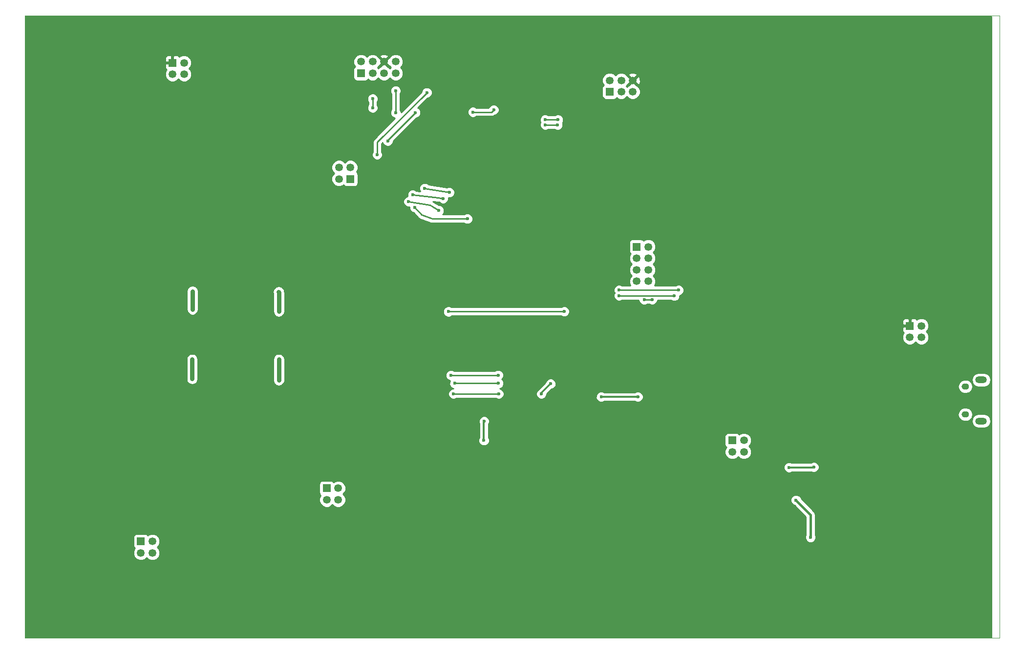
<source format=gbr>
%TF.GenerationSoftware,KiCad,Pcbnew,4.0.2+dfsg1-stable*%
%TF.CreationDate,2018-10-18T10:35:51+03:00*%
%TF.ProjectId,xmobile,786D6F62696C652E6B696361645F7063,rev?*%
%TF.FileFunction,Copper,L2,Bot,Signal*%
%FSLAX46Y46*%
G04 Gerber Fmt 4.6, Leading zero omitted, Abs format (unit mm)*
G04 Created by KiCad (PCBNEW 4.0.2+dfsg1-stable) date Чт 18 окт 2018 10:35:51*
%MOMM*%
G01*
G04 APERTURE LIST*
%ADD10C,0.150000*%
%ADD11C,0.100000*%
%ADD12R,1.350000X1.350000*%
%ADD13C,1.350000*%
%ADD14O,2.000000X1.200000*%
%ADD15O,1.300000X1.100000*%
%ADD16C,0.600000*%
%ADD17C,0.250000*%
%ADD18C,0.400000*%
%ADD19C,0.300000*%
%ADD20C,0.750000*%
%ADD21C,0.254000*%
G04 APERTURE END LIST*
D10*
D11*
X184150000Y-121920000D02*
X15240000Y-121920000D01*
X184150000Y-13970000D02*
X184150000Y-121920000D01*
X182880000Y-13970000D02*
X184150000Y-13970000D01*
X15240000Y-13970000D02*
X182880000Y-13970000D01*
X15240000Y-121920000D02*
X15240000Y-13970000D01*
D12*
X116625000Y-27150000D03*
D13*
X118625000Y-27150000D03*
X120625000Y-27150000D03*
X116625000Y-25150000D03*
X118625000Y-25150000D03*
X120625000Y-25150000D03*
D14*
X181012000Y-84269000D03*
X181012000Y-77119000D03*
D15*
X178262000Y-83119000D03*
X178262000Y-78269000D03*
D12*
X73525000Y-23925000D03*
D13*
X75525000Y-23925000D03*
X77525000Y-23925000D03*
X79525000Y-23925000D03*
X73525000Y-21925000D03*
X75525000Y-21925000D03*
X77525000Y-21925000D03*
X79525000Y-21925000D03*
D12*
X71700000Y-42250000D03*
D13*
X71700000Y-40250000D03*
X69700000Y-42250000D03*
X69700000Y-40250000D03*
D12*
X121300000Y-54025000D03*
D13*
X121300000Y-56025000D03*
X121300000Y-58025000D03*
X121300000Y-60025000D03*
X123300000Y-54025000D03*
X123300000Y-56025000D03*
X123300000Y-58025000D03*
X123300000Y-60025000D03*
D12*
X67575000Y-95925000D03*
D13*
X67575000Y-97925000D03*
X69575000Y-95925000D03*
X69575000Y-97925000D03*
D12*
X35375000Y-105125000D03*
D13*
X35375000Y-107125000D03*
X37375000Y-105125000D03*
X37375000Y-107125000D03*
D12*
X137875000Y-87600000D03*
D13*
X137875000Y-89600000D03*
X139875000Y-87600000D03*
X139875000Y-89600000D03*
D12*
X168640000Y-67735000D03*
D13*
X168640000Y-69735000D03*
X170640000Y-67735000D03*
X170640000Y-69735000D03*
D12*
X40850000Y-22100000D03*
D13*
X40850000Y-24100000D03*
X42850000Y-22100000D03*
X42850000Y-24100000D03*
D16*
X125984000Y-99314000D03*
X105664000Y-36830000D03*
X73660000Y-91440000D03*
X100838000Y-87884000D03*
X101346000Y-83566000D03*
X88900000Y-52070000D03*
X108204000Y-62230000D03*
X101346000Y-62484000D03*
X51816000Y-33020000D03*
X173990000Y-77216000D03*
X160020000Y-100838000D03*
X137414000Y-101092000D03*
X128270000Y-99314000D03*
X128778000Y-93472000D03*
X113792000Y-108966000D03*
X118872000Y-103886000D03*
X112776000Y-93980000D03*
X93472000Y-97028000D03*
X100076000Y-92964000D03*
X75946000Y-104902000D03*
X87376000Y-109220000D03*
X38862000Y-115570000D03*
X38608000Y-94996000D03*
X67056000Y-55372000D03*
X67056000Y-65532000D03*
X67310000Y-76962000D03*
X52070000Y-55372000D03*
X52070000Y-65532000D03*
X52324000Y-76962000D03*
X37592000Y-55372000D03*
X37592000Y-77216000D03*
X37338000Y-65532000D03*
X133858000Y-84836000D03*
X89916000Y-36576000D03*
X94234000Y-37084000D03*
X101600000Y-38100000D03*
X99314000Y-37084000D03*
X100584000Y-42672000D03*
X98806000Y-47244000D03*
X100584000Y-49022000D03*
X105664000Y-49022000D03*
X109982000Y-48006000D03*
X125222000Y-76454000D03*
X124968000Y-81534000D03*
X160782000Y-90678000D03*
X167894000Y-85852000D03*
X114300000Y-42926000D03*
X114554000Y-38100000D03*
X129794000Y-33020000D03*
X131572000Y-33020000D03*
X121666000Y-37338000D03*
X121412000Y-42418000D03*
X121412000Y-47244000D03*
X105450000Y-32900000D03*
X107600000Y-32900000D03*
X105450000Y-31950000D03*
X107675000Y-32000000D03*
X151425000Y-104450000D03*
X148900000Y-97975000D03*
X88825000Y-44600000D03*
X84575000Y-43875000D03*
X79525000Y-30775000D03*
X79525000Y-26950000D03*
X82475000Y-45025000D03*
X87750000Y-45650000D03*
X81750000Y-46175000D03*
X87025000Y-47750000D03*
X91950000Y-49175000D03*
X82825000Y-47175000D03*
X88675000Y-65275000D03*
X108750000Y-65250000D03*
X97300000Y-76300000D03*
X89100000Y-76300000D03*
X97350000Y-77700000D03*
X89750000Y-77700000D03*
X97400000Y-79550000D03*
X89550000Y-79550000D03*
X76325000Y-38050000D03*
X84925000Y-27275000D03*
X78175000Y-35650000D03*
X82950000Y-30750000D03*
X92925000Y-30650000D03*
X96525000Y-30275000D03*
X75550000Y-28350000D03*
X75550000Y-29925000D03*
X104775000Y-79550000D03*
X106375000Y-77800000D03*
X94825000Y-87625000D03*
X94875000Y-84275000D03*
X121500000Y-80050000D03*
X115150000Y-80050000D03*
X147700000Y-92300000D03*
X152000000Y-92250000D03*
X44275000Y-76950000D03*
X44275000Y-73575000D03*
X44325000Y-64875000D03*
X44325000Y-61750000D03*
X59300000Y-77175000D03*
X59300000Y-73575000D03*
X59300000Y-65225000D03*
X59250000Y-61875000D03*
X128575000Y-61550000D03*
X118250000Y-61550000D03*
X127825000Y-62550000D03*
X118250000Y-62500000D03*
X124000000Y-63200000D03*
X122600000Y-63200000D03*
D17*
X125984000Y-99314000D02*
X128270000Y-99314000D01*
X104394000Y-38100000D02*
X101600000Y-38100000D01*
X105664000Y-36830000D02*
X104394000Y-38100000D01*
X75946000Y-93726000D02*
X75946000Y-104902000D01*
X73660000Y-91440000D02*
X75946000Y-93726000D01*
X100838000Y-87884000D02*
X100076000Y-87884000D01*
X100076000Y-84836000D02*
X100076000Y-87884000D01*
X100076000Y-87884000D02*
X100076000Y-92964000D01*
X101346000Y-83566000D02*
X100076000Y-84836000D01*
X88900000Y-52070000D02*
X96520000Y-52070000D01*
X96520000Y-52070000D02*
X99568000Y-49022000D01*
X99568000Y-49022000D02*
X100584000Y-49022000D01*
X101600000Y-62230000D02*
X108204000Y-62230000D01*
X101346000Y-62484000D02*
X101600000Y-62230000D01*
X52070000Y-33274000D02*
X52070000Y-55372000D01*
X51816000Y-33020000D02*
X52070000Y-33274000D01*
X167894000Y-78994000D02*
X167894000Y-85852000D01*
X169926000Y-76962000D02*
X167894000Y-78994000D01*
X173736000Y-76962000D02*
X169926000Y-76962000D01*
X173990000Y-77216000D02*
X173736000Y-76962000D01*
X160782000Y-100076000D02*
X160782000Y-90678000D01*
X160020000Y-100838000D02*
X160782000Y-100076000D01*
X135636000Y-99314000D02*
X128270000Y-99314000D01*
X137414000Y-101092000D02*
X135636000Y-99314000D01*
X128270000Y-93980000D02*
X128270000Y-99314000D01*
X128778000Y-93472000D02*
X128270000Y-93980000D01*
X118872000Y-103886000D02*
X113792000Y-108966000D01*
X111760000Y-92964000D02*
X100076000Y-92964000D01*
X112776000Y-93980000D02*
X111760000Y-92964000D01*
X93472000Y-96012000D02*
X93472000Y-97028000D01*
X96520000Y-92964000D02*
X93472000Y-96012000D01*
X100076000Y-92964000D02*
X96520000Y-92964000D01*
X75946000Y-105918000D02*
X75946000Y-104902000D01*
X79248000Y-109220000D02*
X75946000Y-105918000D01*
X87376000Y-109220000D02*
X79248000Y-109220000D01*
X34798000Y-93980000D02*
X37592000Y-93980000D01*
X30226000Y-98552000D02*
X34798000Y-93980000D01*
X30226000Y-111252000D02*
X30226000Y-98552000D01*
X34290000Y-115316000D02*
X30226000Y-111252000D01*
X38608000Y-115316000D02*
X34290000Y-115316000D01*
X38862000Y-115570000D02*
X38608000Y-115316000D01*
X38608000Y-94996000D02*
X37592000Y-93980000D01*
X37592000Y-93980000D02*
X37592000Y-77216000D01*
X67056000Y-55372000D02*
X67056000Y-65532000D01*
X67056000Y-76708000D02*
X67056000Y-65532000D01*
X67310000Y-76962000D02*
X67056000Y-76708000D01*
X52070000Y-55372000D02*
X52070000Y-65532000D01*
X52070000Y-76708000D02*
X52070000Y-65532000D01*
X52324000Y-76962000D02*
X52070000Y-76708000D01*
X37338000Y-55626000D02*
X37338000Y-65532000D01*
X37592000Y-55372000D02*
X37338000Y-55626000D01*
X37338000Y-76962000D02*
X37338000Y-65532000D01*
X37592000Y-77216000D02*
X37338000Y-76962000D01*
X133858000Y-84836000D02*
X130556000Y-81534000D01*
X130556000Y-81534000D02*
X124968000Y-81534000D01*
X90424000Y-36576000D02*
X89916000Y-36576000D01*
X93726000Y-36576000D02*
X90424000Y-36576000D01*
X94234000Y-37084000D02*
X93726000Y-36576000D01*
X100838000Y-38862000D02*
X100584000Y-38862000D01*
X101600000Y-38100000D02*
X100838000Y-38862000D01*
X99314000Y-37084000D02*
X100584000Y-38354000D01*
X100584000Y-38354000D02*
X100584000Y-38862000D01*
X100584000Y-38862000D02*
X100584000Y-42672000D01*
X98806000Y-44450000D02*
X98806000Y-47244000D01*
X100584000Y-42672000D02*
X98806000Y-44450000D01*
X100584000Y-49022000D02*
X98806000Y-47244000D01*
X105664000Y-46482000D02*
X109474000Y-46482000D01*
X105664000Y-49022000D02*
X105664000Y-46482000D01*
X114300000Y-44704000D02*
X114300000Y-42926000D01*
X110236000Y-44704000D02*
X114300000Y-44704000D01*
X109474000Y-45466000D02*
X110236000Y-44704000D01*
X109474000Y-47498000D02*
X109474000Y-46482000D01*
X109474000Y-46482000D02*
X109474000Y-45466000D01*
X109982000Y-48006000D02*
X109474000Y-47498000D01*
X125222000Y-76454000D02*
X124968000Y-76708000D01*
X124968000Y-76708000D02*
X124968000Y-81534000D01*
X160782000Y-90678000D02*
X160528000Y-90424000D01*
X166370000Y-85852000D02*
X167894000Y-85852000D01*
X165608000Y-86614000D02*
X166370000Y-85852000D01*
X160528000Y-86614000D02*
X165608000Y-86614000D01*
X160528000Y-90424000D02*
X160528000Y-86614000D01*
X114300000Y-42926000D02*
X114554000Y-42672000D01*
X114554000Y-42672000D02*
X114554000Y-39878000D01*
X114554000Y-38100000D02*
X114554000Y-39878000D01*
X107600000Y-32900000D02*
X105450000Y-32900000D01*
X107625000Y-31950000D02*
X105450000Y-31950000D01*
X107675000Y-32000000D02*
X107625000Y-31950000D01*
D18*
X151425000Y-100500000D02*
X151425000Y-104450000D01*
X148900000Y-97975000D02*
X151425000Y-100500000D01*
D17*
X84575000Y-43875000D02*
X88825000Y-44600000D01*
X79525000Y-26950000D02*
X79525000Y-30775000D01*
X86938647Y-45499656D02*
X82475000Y-45025000D01*
X87750000Y-45650000D02*
X86938647Y-45499656D01*
X85511040Y-46742218D02*
X81750000Y-46175000D01*
X87025000Y-47750000D02*
X85511040Y-46742218D01*
X82825000Y-47175000D02*
X84000000Y-48500000D01*
X85875000Y-49175000D02*
X91950000Y-49175000D01*
X84000000Y-48500000D02*
X85875000Y-49175000D01*
X108725000Y-65275000D02*
X88675000Y-65275000D01*
X108750000Y-65250000D02*
X108725000Y-65275000D01*
X89100000Y-76300000D02*
X97300000Y-76300000D01*
X89750000Y-77700000D02*
X97350000Y-77700000D01*
X89550000Y-79550000D02*
X97400000Y-79550000D01*
X76325000Y-35875000D02*
X76325000Y-38050000D01*
X84925000Y-27275000D02*
X76325000Y-35875000D01*
X78175000Y-35525000D02*
X78175000Y-35650000D01*
X82950000Y-30750000D02*
X78175000Y-35525000D01*
X96150000Y-30650000D02*
X92925000Y-30650000D01*
X96525000Y-30275000D02*
X96150000Y-30650000D01*
X75550000Y-29925000D02*
X75550000Y-28350000D01*
D19*
X104775000Y-79400000D02*
X104775000Y-79550000D01*
X106375000Y-77800000D02*
X104775000Y-79400000D01*
X94825000Y-84325000D02*
X94825000Y-87625000D01*
X94875000Y-84275000D02*
X94825000Y-84325000D01*
X115150000Y-80050000D02*
X121500000Y-80050000D01*
X151950000Y-92300000D02*
X147700000Y-92300000D01*
X152000000Y-92250000D02*
X151950000Y-92300000D01*
D20*
X44275000Y-73575000D02*
X44275000Y-76950000D01*
X44325000Y-61750000D02*
X44325000Y-64875000D01*
X59300000Y-73575000D02*
X59300000Y-77175000D01*
X59300000Y-61925000D02*
X59300000Y-65225000D01*
X59250000Y-61875000D02*
X59300000Y-61925000D01*
D17*
X118250000Y-61550000D02*
X128575000Y-61550000D01*
X118300000Y-62550000D02*
X127825000Y-62550000D01*
X118250000Y-62500000D02*
X118300000Y-62550000D01*
X122600000Y-63200000D02*
X124000000Y-63200000D01*
D21*
G36*
X182753000Y-121793000D02*
X15367000Y-121793000D01*
X15367000Y-104450000D01*
X34052560Y-104450000D01*
X34052560Y-105800000D01*
X34096838Y-106035317D01*
X34235910Y-106251441D01*
X34330858Y-106316316D01*
X34265084Y-106381976D01*
X34065228Y-106863282D01*
X34064774Y-107384432D01*
X34263789Y-107866086D01*
X34631976Y-108234916D01*
X35113282Y-108434772D01*
X35634432Y-108435226D01*
X36116086Y-108236211D01*
X36375129Y-107977620D01*
X36631976Y-108234916D01*
X37113282Y-108434772D01*
X37634432Y-108435226D01*
X38116086Y-108236211D01*
X38484916Y-107868024D01*
X38684772Y-107386718D01*
X38685226Y-106865568D01*
X38486211Y-106383914D01*
X38227620Y-106124871D01*
X38484916Y-105868024D01*
X38684772Y-105386718D01*
X38685226Y-104865568D01*
X38486211Y-104383914D01*
X38118024Y-104015084D01*
X37636718Y-103815228D01*
X37115568Y-103814774D01*
X36633914Y-104013789D01*
X36566923Y-104080663D01*
X36514090Y-103998559D01*
X36301890Y-103853569D01*
X36050000Y-103802560D01*
X34700000Y-103802560D01*
X34464683Y-103846838D01*
X34248559Y-103985910D01*
X34103569Y-104198110D01*
X34052560Y-104450000D01*
X15367000Y-104450000D01*
X15367000Y-95250000D01*
X66252560Y-95250000D01*
X66252560Y-96600000D01*
X66296838Y-96835317D01*
X66435910Y-97051441D01*
X66530858Y-97116316D01*
X66465084Y-97181976D01*
X66265228Y-97663282D01*
X66264774Y-98184432D01*
X66463789Y-98666086D01*
X66831976Y-99034916D01*
X67313282Y-99234772D01*
X67834432Y-99235226D01*
X68316086Y-99036211D01*
X68575129Y-98777620D01*
X68831976Y-99034916D01*
X69313282Y-99234772D01*
X69834432Y-99235226D01*
X70316086Y-99036211D01*
X70684916Y-98668024D01*
X70884772Y-98186718D01*
X70884795Y-98160167D01*
X147964838Y-98160167D01*
X148106883Y-98503943D01*
X148369673Y-98767192D01*
X148611910Y-98867778D01*
X150590000Y-100845868D01*
X150590000Y-104022766D01*
X150490162Y-104263201D01*
X150489838Y-104635167D01*
X150631883Y-104978943D01*
X150894673Y-105242192D01*
X151238201Y-105384838D01*
X151610167Y-105385162D01*
X151953943Y-105243117D01*
X152217192Y-104980327D01*
X152359838Y-104636799D01*
X152360162Y-104264833D01*
X152260000Y-104022422D01*
X152260000Y-100500000D01*
X152196439Y-100180459D01*
X152015434Y-99909566D01*
X149792535Y-97686667D01*
X149693117Y-97446057D01*
X149430327Y-97182808D01*
X149086799Y-97040162D01*
X148714833Y-97039838D01*
X148371057Y-97181883D01*
X148107808Y-97444673D01*
X147965162Y-97788201D01*
X147964838Y-98160167D01*
X70884795Y-98160167D01*
X70885226Y-97665568D01*
X70686211Y-97183914D01*
X70427620Y-96924871D01*
X70684916Y-96668024D01*
X70884772Y-96186718D01*
X70885226Y-95665568D01*
X70686211Y-95183914D01*
X70318024Y-94815084D01*
X69836718Y-94615228D01*
X69315568Y-94614774D01*
X68833914Y-94813789D01*
X68766923Y-94880663D01*
X68714090Y-94798559D01*
X68501890Y-94653569D01*
X68250000Y-94602560D01*
X66900000Y-94602560D01*
X66664683Y-94646838D01*
X66448559Y-94785910D01*
X66303569Y-94998110D01*
X66252560Y-95250000D01*
X15367000Y-95250000D01*
X15367000Y-92485167D01*
X146764838Y-92485167D01*
X146906883Y-92828943D01*
X147169673Y-93092192D01*
X147513201Y-93234838D01*
X147885167Y-93235162D01*
X148228943Y-93093117D01*
X148237074Y-93085000D01*
X151572766Y-93085000D01*
X151813201Y-93184838D01*
X152185167Y-93185162D01*
X152528943Y-93043117D01*
X152792192Y-92780327D01*
X152934838Y-92436799D01*
X152935162Y-92064833D01*
X152793117Y-91721057D01*
X152530327Y-91457808D01*
X152186799Y-91315162D01*
X151814833Y-91314838D01*
X151471057Y-91456883D01*
X151412838Y-91515000D01*
X148237506Y-91515000D01*
X148230327Y-91507808D01*
X147886799Y-91365162D01*
X147514833Y-91364838D01*
X147171057Y-91506883D01*
X146907808Y-91769673D01*
X146765162Y-92113201D01*
X146764838Y-92485167D01*
X15367000Y-92485167D01*
X15367000Y-87810167D01*
X93889838Y-87810167D01*
X94031883Y-88153943D01*
X94294673Y-88417192D01*
X94638201Y-88559838D01*
X95010167Y-88560162D01*
X95353943Y-88418117D01*
X95617192Y-88155327D01*
X95759838Y-87811799D01*
X95760162Y-87439833D01*
X95618117Y-87096057D01*
X95610000Y-87087926D01*
X95610000Y-86925000D01*
X136552560Y-86925000D01*
X136552560Y-88275000D01*
X136596838Y-88510317D01*
X136735910Y-88726441D01*
X136830858Y-88791316D01*
X136765084Y-88856976D01*
X136565228Y-89338282D01*
X136564774Y-89859432D01*
X136763789Y-90341086D01*
X137131976Y-90709916D01*
X137613282Y-90909772D01*
X138134432Y-90910226D01*
X138616086Y-90711211D01*
X138875129Y-90452620D01*
X139131976Y-90709916D01*
X139613282Y-90909772D01*
X140134432Y-90910226D01*
X140616086Y-90711211D01*
X140984916Y-90343024D01*
X141184772Y-89861718D01*
X141185226Y-89340568D01*
X140986211Y-88858914D01*
X140727620Y-88599871D01*
X140984916Y-88343024D01*
X141184772Y-87861718D01*
X141185226Y-87340568D01*
X140986211Y-86858914D01*
X140618024Y-86490084D01*
X140136718Y-86290228D01*
X139615568Y-86289774D01*
X139133914Y-86488789D01*
X139066923Y-86555663D01*
X139014090Y-86473559D01*
X138801890Y-86328569D01*
X138550000Y-86277560D01*
X137200000Y-86277560D01*
X136964683Y-86321838D01*
X136748559Y-86460910D01*
X136603569Y-86673110D01*
X136552560Y-86925000D01*
X95610000Y-86925000D01*
X95610000Y-84862419D01*
X95667192Y-84805327D01*
X95809838Y-84461799D01*
X95810162Y-84089833D01*
X95668117Y-83746057D01*
X95405327Y-83482808D01*
X95061799Y-83340162D01*
X94689833Y-83339838D01*
X94346057Y-83481883D01*
X94082808Y-83744673D01*
X93940162Y-84088201D01*
X93939838Y-84460167D01*
X94040000Y-84702578D01*
X94040000Y-87087494D01*
X94032808Y-87094673D01*
X93890162Y-87438201D01*
X93889838Y-87810167D01*
X15367000Y-87810167D01*
X15367000Y-83119000D01*
X176951825Y-83119000D01*
X177042028Y-83572480D01*
X177298903Y-83956922D01*
X177683345Y-84213797D01*
X178136825Y-84304000D01*
X178387175Y-84304000D01*
X178563131Y-84269000D01*
X179344968Y-84269000D01*
X179438977Y-84741614D01*
X179706691Y-85142277D01*
X180107354Y-85409991D01*
X180579968Y-85504000D01*
X181444032Y-85504000D01*
X181916646Y-85409991D01*
X182317309Y-85142277D01*
X182585023Y-84741614D01*
X182679032Y-84269000D01*
X182585023Y-83796386D01*
X182317309Y-83395723D01*
X181916646Y-83128009D01*
X181444032Y-83034000D01*
X180579968Y-83034000D01*
X180107354Y-83128009D01*
X179706691Y-83395723D01*
X179438977Y-83796386D01*
X179344968Y-84269000D01*
X178563131Y-84269000D01*
X178840655Y-84213797D01*
X179225097Y-83956922D01*
X179481972Y-83572480D01*
X179572175Y-83119000D01*
X179481972Y-82665520D01*
X179225097Y-82281078D01*
X178840655Y-82024203D01*
X178387175Y-81934000D01*
X178136825Y-81934000D01*
X177683345Y-82024203D01*
X177298903Y-82281078D01*
X177042028Y-82665520D01*
X176951825Y-83119000D01*
X15367000Y-83119000D01*
X15367000Y-73575000D01*
X43265000Y-73575000D01*
X43265000Y-76950000D01*
X43341882Y-77336510D01*
X43560822Y-77664178D01*
X43888490Y-77883118D01*
X44275000Y-77960000D01*
X44661510Y-77883118D01*
X44989178Y-77664178D01*
X45208118Y-77336510D01*
X45285000Y-76950000D01*
X45285000Y-73575000D01*
X58290000Y-73575000D01*
X58290000Y-77175000D01*
X58366882Y-77561510D01*
X58585822Y-77889178D01*
X58913490Y-78108118D01*
X59300000Y-78185000D01*
X59686510Y-78108118D01*
X60014178Y-77889178D01*
X60233118Y-77561510D01*
X60310000Y-77175000D01*
X60310000Y-76485167D01*
X88164838Y-76485167D01*
X88306883Y-76828943D01*
X88569673Y-77092192D01*
X88913201Y-77234838D01*
X88930743Y-77234853D01*
X88815162Y-77513201D01*
X88814838Y-77885167D01*
X88956883Y-78228943D01*
X89219673Y-78492192D01*
X89515352Y-78614969D01*
X89364833Y-78614838D01*
X89021057Y-78756883D01*
X88757808Y-79019673D01*
X88615162Y-79363201D01*
X88614838Y-79735167D01*
X88756883Y-80078943D01*
X89019673Y-80342192D01*
X89363201Y-80484838D01*
X89735167Y-80485162D01*
X90078943Y-80343117D01*
X90112118Y-80310000D01*
X96837537Y-80310000D01*
X96869673Y-80342192D01*
X97213201Y-80484838D01*
X97585167Y-80485162D01*
X97928943Y-80343117D01*
X98192192Y-80080327D01*
X98334838Y-79736799D01*
X98334839Y-79735167D01*
X103839838Y-79735167D01*
X103981883Y-80078943D01*
X104244673Y-80342192D01*
X104588201Y-80484838D01*
X104960167Y-80485162D01*
X105303943Y-80343117D01*
X105412081Y-80235167D01*
X114214838Y-80235167D01*
X114356883Y-80578943D01*
X114619673Y-80842192D01*
X114963201Y-80984838D01*
X115335167Y-80985162D01*
X115678943Y-80843117D01*
X115687074Y-80835000D01*
X120962494Y-80835000D01*
X120969673Y-80842192D01*
X121313201Y-80984838D01*
X121685167Y-80985162D01*
X122028943Y-80843117D01*
X122292192Y-80580327D01*
X122434838Y-80236799D01*
X122435162Y-79864833D01*
X122293117Y-79521057D01*
X122030327Y-79257808D01*
X121686799Y-79115162D01*
X121314833Y-79114838D01*
X120971057Y-79256883D01*
X120962926Y-79265000D01*
X115687506Y-79265000D01*
X115680327Y-79257808D01*
X115336799Y-79115162D01*
X114964833Y-79114838D01*
X114621057Y-79256883D01*
X114357808Y-79519673D01*
X114215162Y-79863201D01*
X114214838Y-80235167D01*
X105412081Y-80235167D01*
X105567192Y-80080327D01*
X105709838Y-79736799D01*
X105709979Y-79575179D01*
X106550005Y-78735153D01*
X106560167Y-78735162D01*
X106903943Y-78593117D01*
X107167192Y-78330327D01*
X107192657Y-78269000D01*
X176951825Y-78269000D01*
X177042028Y-78722480D01*
X177298903Y-79106922D01*
X177683345Y-79363797D01*
X178136825Y-79454000D01*
X178387175Y-79454000D01*
X178840655Y-79363797D01*
X179225097Y-79106922D01*
X179481972Y-78722480D01*
X179572175Y-78269000D01*
X179481972Y-77815520D01*
X179225097Y-77431078D01*
X178840655Y-77174203D01*
X178563132Y-77119000D01*
X179344968Y-77119000D01*
X179438977Y-77591614D01*
X179706691Y-77992277D01*
X180107354Y-78259991D01*
X180579968Y-78354000D01*
X181444032Y-78354000D01*
X181916646Y-78259991D01*
X182317309Y-77992277D01*
X182585023Y-77591614D01*
X182679032Y-77119000D01*
X182585023Y-76646386D01*
X182317309Y-76245723D01*
X181916646Y-75978009D01*
X181444032Y-75884000D01*
X180579968Y-75884000D01*
X180107354Y-75978009D01*
X179706691Y-76245723D01*
X179438977Y-76646386D01*
X179344968Y-77119000D01*
X178563132Y-77119000D01*
X178387175Y-77084000D01*
X178136825Y-77084000D01*
X177683345Y-77174203D01*
X177298903Y-77431078D01*
X177042028Y-77815520D01*
X176951825Y-78269000D01*
X107192657Y-78269000D01*
X107309838Y-77986799D01*
X107310162Y-77614833D01*
X107168117Y-77271057D01*
X106905327Y-77007808D01*
X106561799Y-76865162D01*
X106189833Y-76864838D01*
X105846057Y-77006883D01*
X105582808Y-77269673D01*
X105440162Y-77613201D01*
X105440152Y-77624690D01*
X104351546Y-78713296D01*
X104246057Y-78756883D01*
X103982808Y-79019673D01*
X103840162Y-79363201D01*
X103839838Y-79735167D01*
X98334839Y-79735167D01*
X98335162Y-79364833D01*
X98193117Y-79021057D01*
X97930327Y-78757808D01*
X97586799Y-78615162D01*
X97583578Y-78615159D01*
X97878943Y-78493117D01*
X98142192Y-78230327D01*
X98284838Y-77886799D01*
X98285162Y-77514833D01*
X98143117Y-77171057D01*
X97947334Y-76974932D01*
X98092192Y-76830327D01*
X98234838Y-76486799D01*
X98235162Y-76114833D01*
X98093117Y-75771057D01*
X97830327Y-75507808D01*
X97486799Y-75365162D01*
X97114833Y-75364838D01*
X96771057Y-75506883D01*
X96737882Y-75540000D01*
X89662463Y-75540000D01*
X89630327Y-75507808D01*
X89286799Y-75365162D01*
X88914833Y-75364838D01*
X88571057Y-75506883D01*
X88307808Y-75769673D01*
X88165162Y-76113201D01*
X88164838Y-76485167D01*
X60310000Y-76485167D01*
X60310000Y-73575000D01*
X60233118Y-73188490D01*
X60014178Y-72860822D01*
X59686510Y-72641882D01*
X59300000Y-72565000D01*
X58913490Y-72641882D01*
X58585822Y-72860822D01*
X58366882Y-73188490D01*
X58290000Y-73575000D01*
X45285000Y-73575000D01*
X45208118Y-73188490D01*
X44989178Y-72860822D01*
X44661510Y-72641882D01*
X44275000Y-72565000D01*
X43888490Y-72641882D01*
X43560822Y-72860822D01*
X43341882Y-73188490D01*
X43265000Y-73575000D01*
X15367000Y-73575000D01*
X15367000Y-69994432D01*
X167329774Y-69994432D01*
X167528789Y-70476086D01*
X167896976Y-70844916D01*
X168378282Y-71044772D01*
X168899432Y-71045226D01*
X169381086Y-70846211D01*
X169640129Y-70587620D01*
X169896976Y-70844916D01*
X170378282Y-71044772D01*
X170899432Y-71045226D01*
X171381086Y-70846211D01*
X171749916Y-70478024D01*
X171949772Y-69996718D01*
X171950226Y-69475568D01*
X171751211Y-68993914D01*
X171492620Y-68734871D01*
X171749916Y-68478024D01*
X171949772Y-67996718D01*
X171950226Y-67475568D01*
X171751211Y-66993914D01*
X171383024Y-66625084D01*
X170901718Y-66425228D01*
X170380568Y-66424774D01*
X169898914Y-66623789D01*
X169837811Y-66684786D01*
X169674699Y-66521673D01*
X169441310Y-66425000D01*
X168925750Y-66425000D01*
X168767000Y-66583750D01*
X168767000Y-67608000D01*
X168787000Y-67608000D01*
X168787000Y-67862000D01*
X168767000Y-67862000D01*
X168767000Y-67882000D01*
X168513000Y-67882000D01*
X168513000Y-67862000D01*
X167488750Y-67862000D01*
X167330000Y-68020750D01*
X167330000Y-68536309D01*
X167426673Y-68769698D01*
X167589569Y-68932595D01*
X167530084Y-68991976D01*
X167330228Y-69473282D01*
X167329774Y-69994432D01*
X15367000Y-69994432D01*
X15367000Y-66933691D01*
X167330000Y-66933691D01*
X167330000Y-67449250D01*
X167488750Y-67608000D01*
X168513000Y-67608000D01*
X168513000Y-66583750D01*
X168354250Y-66425000D01*
X167838690Y-66425000D01*
X167605301Y-66521673D01*
X167426673Y-66700302D01*
X167330000Y-66933691D01*
X15367000Y-66933691D01*
X15367000Y-61750000D01*
X43315000Y-61750000D01*
X43315000Y-64875000D01*
X43391882Y-65261510D01*
X43610822Y-65589178D01*
X43938490Y-65808118D01*
X44325000Y-65885000D01*
X44711510Y-65808118D01*
X45039178Y-65589178D01*
X45258118Y-65261510D01*
X45335000Y-64875000D01*
X45335000Y-61875000D01*
X58240000Y-61875000D01*
X58290000Y-62126366D01*
X58290000Y-65225000D01*
X58366882Y-65611510D01*
X58585822Y-65939178D01*
X58913490Y-66158118D01*
X59300000Y-66235000D01*
X59686510Y-66158118D01*
X60014178Y-65939178D01*
X60233118Y-65611510D01*
X60263222Y-65460167D01*
X87739838Y-65460167D01*
X87881883Y-65803943D01*
X88144673Y-66067192D01*
X88488201Y-66209838D01*
X88860167Y-66210162D01*
X89203943Y-66068117D01*
X89237118Y-66035000D01*
X108212494Y-66035000D01*
X108219673Y-66042192D01*
X108563201Y-66184838D01*
X108935167Y-66185162D01*
X109278943Y-66043117D01*
X109542192Y-65780327D01*
X109684838Y-65436799D01*
X109685162Y-65064833D01*
X109543117Y-64721057D01*
X109280327Y-64457808D01*
X108936799Y-64315162D01*
X108564833Y-64314838D01*
X108221057Y-64456883D01*
X108162838Y-64515000D01*
X89237463Y-64515000D01*
X89205327Y-64482808D01*
X88861799Y-64340162D01*
X88489833Y-64339838D01*
X88146057Y-64481883D01*
X87882808Y-64744673D01*
X87740162Y-65088201D01*
X87739838Y-65460167D01*
X60263222Y-65460167D01*
X60310000Y-65225000D01*
X60310000Y-61925000D01*
X60272240Y-61735167D01*
X117314838Y-61735167D01*
X117434714Y-62025290D01*
X117315162Y-62313201D01*
X117314838Y-62685167D01*
X117456883Y-63028943D01*
X117719673Y-63292192D01*
X118063201Y-63434838D01*
X118435167Y-63435162D01*
X118738083Y-63310000D01*
X121664903Y-63310000D01*
X121664838Y-63385167D01*
X121806883Y-63728943D01*
X122069673Y-63992192D01*
X122413201Y-64134838D01*
X122785167Y-64135162D01*
X123128943Y-63993117D01*
X123162118Y-63960000D01*
X123437537Y-63960000D01*
X123469673Y-63992192D01*
X123813201Y-64134838D01*
X124185167Y-64135162D01*
X124528943Y-63993117D01*
X124792192Y-63730327D01*
X124934838Y-63386799D01*
X124934905Y-63310000D01*
X127262537Y-63310000D01*
X127294673Y-63342192D01*
X127638201Y-63484838D01*
X128010167Y-63485162D01*
X128353943Y-63343117D01*
X128617192Y-63080327D01*
X128759838Y-62736799D01*
X128760057Y-62485162D01*
X128760167Y-62485162D01*
X129103943Y-62343117D01*
X129367192Y-62080327D01*
X129509838Y-61736799D01*
X129510162Y-61364833D01*
X129368117Y-61021057D01*
X129105327Y-60757808D01*
X128761799Y-60615162D01*
X128389833Y-60614838D01*
X128046057Y-60756883D01*
X128012882Y-60790000D01*
X124387902Y-60790000D01*
X124409916Y-60768024D01*
X124609772Y-60286718D01*
X124610226Y-59765568D01*
X124411211Y-59283914D01*
X124152620Y-59024871D01*
X124409916Y-58768024D01*
X124609772Y-58286718D01*
X124610226Y-57765568D01*
X124411211Y-57283914D01*
X124152620Y-57024871D01*
X124409916Y-56768024D01*
X124609772Y-56286718D01*
X124610226Y-55765568D01*
X124411211Y-55283914D01*
X124152620Y-55024871D01*
X124409916Y-54768024D01*
X124609772Y-54286718D01*
X124610226Y-53765568D01*
X124411211Y-53283914D01*
X124043024Y-52915084D01*
X123561718Y-52715228D01*
X123040568Y-52714774D01*
X122558914Y-52913789D01*
X122491923Y-52980663D01*
X122439090Y-52898559D01*
X122226890Y-52753569D01*
X121975000Y-52702560D01*
X120625000Y-52702560D01*
X120389683Y-52746838D01*
X120173559Y-52885910D01*
X120028569Y-53098110D01*
X119977560Y-53350000D01*
X119977560Y-54700000D01*
X120021838Y-54935317D01*
X120160910Y-55151441D01*
X120255858Y-55216316D01*
X120190084Y-55281976D01*
X119990228Y-55763282D01*
X119989774Y-56284432D01*
X120188789Y-56766086D01*
X120447380Y-57025129D01*
X120190084Y-57281976D01*
X119990228Y-57763282D01*
X119989774Y-58284432D01*
X120188789Y-58766086D01*
X120447380Y-59025129D01*
X120190084Y-59281976D01*
X119990228Y-59763282D01*
X119989774Y-60284432D01*
X120188789Y-60766086D01*
X120212661Y-60790000D01*
X118812463Y-60790000D01*
X118780327Y-60757808D01*
X118436799Y-60615162D01*
X118064833Y-60614838D01*
X117721057Y-60756883D01*
X117457808Y-61019673D01*
X117315162Y-61363201D01*
X117314838Y-61735167D01*
X60272240Y-61735167D01*
X60233118Y-61538490D01*
X60014178Y-61210822D01*
X59964178Y-61160822D01*
X59636510Y-60941882D01*
X59250000Y-60865000D01*
X58863490Y-60941882D01*
X58535822Y-61160822D01*
X58316882Y-61488490D01*
X58240000Y-61875000D01*
X45335000Y-61875000D01*
X45335000Y-61750000D01*
X45258118Y-61363490D01*
X45039178Y-61035822D01*
X44711510Y-60816882D01*
X44325000Y-60740000D01*
X43938490Y-60816882D01*
X43610822Y-61035822D01*
X43391882Y-61363490D01*
X43315000Y-61750000D01*
X15367000Y-61750000D01*
X15367000Y-46360167D01*
X80814838Y-46360167D01*
X80956883Y-46703943D01*
X81219673Y-46967192D01*
X81563201Y-47109838D01*
X81890056Y-47110123D01*
X81889838Y-47360167D01*
X82031883Y-47703943D01*
X82294673Y-47967192D01*
X82638201Y-48109838D01*
X82638219Y-48109838D01*
X83431377Y-49004250D01*
X83464113Y-49029083D01*
X83488522Y-49062129D01*
X83581324Y-49117998D01*
X83667629Y-49183468D01*
X83707372Y-49193882D01*
X83742573Y-49215074D01*
X85617574Y-49890075D01*
X85746820Y-49909503D01*
X85875000Y-49935000D01*
X91387537Y-49935000D01*
X91419673Y-49967192D01*
X91763201Y-50109838D01*
X92135167Y-50110162D01*
X92478943Y-49968117D01*
X92742192Y-49705327D01*
X92884838Y-49361799D01*
X92885162Y-48989833D01*
X92743117Y-48646057D01*
X92480327Y-48382808D01*
X92136799Y-48240162D01*
X91764833Y-48239838D01*
X91421057Y-48381883D01*
X91387882Y-48415000D01*
X87682284Y-48415000D01*
X87817192Y-48280327D01*
X87959838Y-47936799D01*
X87960162Y-47564833D01*
X87818117Y-47221057D01*
X87555327Y-46957808D01*
X87211799Y-46815162D01*
X86991878Y-46814970D01*
X86016823Y-46165916D01*
X86829063Y-46252288D01*
X87075727Y-46297995D01*
X87219673Y-46442192D01*
X87563201Y-46584838D01*
X87935167Y-46585162D01*
X88278943Y-46443117D01*
X88542192Y-46180327D01*
X88684838Y-45836799D01*
X88685101Y-45534879D01*
X89010167Y-45535162D01*
X89353943Y-45393117D01*
X89617192Y-45130327D01*
X89759838Y-44786799D01*
X89760162Y-44414833D01*
X89618117Y-44071057D01*
X89355327Y-43807808D01*
X89011799Y-43665162D01*
X88639833Y-43664838D01*
X88412699Y-43758688D01*
X85239694Y-43217410D01*
X85105327Y-43082808D01*
X84761799Y-42940162D01*
X84389833Y-42939838D01*
X84046057Y-43081883D01*
X83782808Y-43344673D01*
X83640162Y-43688201D01*
X83639838Y-44060167D01*
X83780044Y-44399491D01*
X83099475Y-44327121D01*
X83005327Y-44232808D01*
X82661799Y-44090162D01*
X82289833Y-44089838D01*
X81946057Y-44231883D01*
X81682808Y-44494673D01*
X81540162Y-44838201D01*
X81539838Y-45210167D01*
X81553955Y-45244333D01*
X81221057Y-45381883D01*
X80957808Y-45644673D01*
X80815162Y-45988201D01*
X80814838Y-46360167D01*
X15367000Y-46360167D01*
X15367000Y-40509432D01*
X68389774Y-40509432D01*
X68588789Y-40991086D01*
X68847380Y-41250129D01*
X68590084Y-41506976D01*
X68390228Y-41988282D01*
X68389774Y-42509432D01*
X68588789Y-42991086D01*
X68956976Y-43359916D01*
X69438282Y-43559772D01*
X69959432Y-43560226D01*
X70441086Y-43361211D01*
X70508077Y-43294337D01*
X70560910Y-43376441D01*
X70773110Y-43521431D01*
X71025000Y-43572440D01*
X72375000Y-43572440D01*
X72610317Y-43528162D01*
X72826441Y-43389090D01*
X72971431Y-43176890D01*
X73022440Y-42925000D01*
X73022440Y-41575000D01*
X72978162Y-41339683D01*
X72839090Y-41123559D01*
X72744142Y-41058684D01*
X72809916Y-40993024D01*
X73009772Y-40511718D01*
X73010226Y-39990568D01*
X72811211Y-39508914D01*
X72443024Y-39140084D01*
X71961718Y-38940228D01*
X71440568Y-38939774D01*
X70958914Y-39138789D01*
X70699871Y-39397380D01*
X70443024Y-39140084D01*
X69961718Y-38940228D01*
X69440568Y-38939774D01*
X68958914Y-39138789D01*
X68590084Y-39506976D01*
X68390228Y-39988282D01*
X68389774Y-40509432D01*
X15367000Y-40509432D01*
X15367000Y-38235167D01*
X75389838Y-38235167D01*
X75531883Y-38578943D01*
X75794673Y-38842192D01*
X76138201Y-38984838D01*
X76510167Y-38985162D01*
X76853943Y-38843117D01*
X77117192Y-38580327D01*
X77259838Y-38236799D01*
X77260162Y-37864833D01*
X77118117Y-37521057D01*
X77085000Y-37487882D01*
X77085000Y-36189802D01*
X77298255Y-35976547D01*
X77381883Y-36178943D01*
X77644673Y-36442192D01*
X77988201Y-36584838D01*
X78360167Y-36585162D01*
X78703943Y-36443117D01*
X78967192Y-36180327D01*
X79109838Y-35836799D01*
X79109988Y-35664814D01*
X82639635Y-32135167D01*
X104514838Y-32135167D01*
X104634714Y-32425290D01*
X104515162Y-32713201D01*
X104514838Y-33085167D01*
X104656883Y-33428943D01*
X104919673Y-33692192D01*
X105263201Y-33834838D01*
X105635167Y-33835162D01*
X105978943Y-33693117D01*
X106012118Y-33660000D01*
X107037537Y-33660000D01*
X107069673Y-33692192D01*
X107413201Y-33834838D01*
X107785167Y-33835162D01*
X108128943Y-33693117D01*
X108392192Y-33430327D01*
X108534838Y-33086799D01*
X108535162Y-32714833D01*
X108461340Y-32536169D01*
X108467192Y-32530327D01*
X108609838Y-32186799D01*
X108610162Y-31814833D01*
X108468117Y-31471057D01*
X108205327Y-31207808D01*
X107861799Y-31065162D01*
X107489833Y-31064838D01*
X107186917Y-31190000D01*
X106012463Y-31190000D01*
X105980327Y-31157808D01*
X105636799Y-31015162D01*
X105264833Y-31014838D01*
X104921057Y-31156883D01*
X104657808Y-31419673D01*
X104515162Y-31763201D01*
X104514838Y-32135167D01*
X82639635Y-32135167D01*
X83089680Y-31685122D01*
X83135167Y-31685162D01*
X83478943Y-31543117D01*
X83742192Y-31280327D01*
X83884838Y-30936799D01*
X83884926Y-30835167D01*
X91989838Y-30835167D01*
X92131883Y-31178943D01*
X92394673Y-31442192D01*
X92738201Y-31584838D01*
X93110167Y-31585162D01*
X93453943Y-31443117D01*
X93487118Y-31410000D01*
X96150000Y-31410000D01*
X96440839Y-31352148D01*
X96653411Y-31210113D01*
X96710167Y-31210162D01*
X97053943Y-31068117D01*
X97317192Y-30805327D01*
X97459838Y-30461799D01*
X97460162Y-30089833D01*
X97318117Y-29746057D01*
X97055327Y-29482808D01*
X96711799Y-29340162D01*
X96339833Y-29339838D01*
X95996057Y-29481883D01*
X95732808Y-29744673D01*
X95672463Y-29890000D01*
X93487463Y-29890000D01*
X93455327Y-29857808D01*
X93111799Y-29715162D01*
X92739833Y-29714838D01*
X92396057Y-29856883D01*
X92132808Y-30119673D01*
X91990162Y-30463201D01*
X91989838Y-30835167D01*
X83884926Y-30835167D01*
X83885162Y-30564833D01*
X83743117Y-30221057D01*
X83480327Y-29957808D01*
X83364917Y-29909885D01*
X85064680Y-28210122D01*
X85110167Y-28210162D01*
X85453943Y-28068117D01*
X85717192Y-27805327D01*
X85859838Y-27461799D01*
X85860162Y-27089833D01*
X85718117Y-26746057D01*
X85455327Y-26482808D01*
X85436524Y-26475000D01*
X115302560Y-26475000D01*
X115302560Y-27825000D01*
X115346838Y-28060317D01*
X115485910Y-28276441D01*
X115698110Y-28421431D01*
X115950000Y-28472440D01*
X117300000Y-28472440D01*
X117535317Y-28428162D01*
X117751441Y-28289090D01*
X117816316Y-28194142D01*
X117881976Y-28259916D01*
X118363282Y-28459772D01*
X118884432Y-28460226D01*
X119366086Y-28261211D01*
X119625129Y-28002620D01*
X119881976Y-28259916D01*
X120363282Y-28459772D01*
X120884432Y-28460226D01*
X121366086Y-28261211D01*
X121734916Y-27893024D01*
X121934772Y-27411718D01*
X121935226Y-26890568D01*
X121736211Y-26408914D01*
X121368024Y-26040084D01*
X121312369Y-26016974D01*
X120625000Y-25329605D01*
X119938279Y-26016326D01*
X119883914Y-26038789D01*
X119624871Y-26297380D01*
X119477620Y-26149871D01*
X119734916Y-25893024D01*
X119758026Y-25837369D01*
X120445395Y-25150000D01*
X120804605Y-25150000D01*
X121542147Y-25887542D01*
X121775328Y-25828781D01*
X121947522Y-25336900D01*
X121918375Y-24816566D01*
X121775328Y-24471219D01*
X121542147Y-24412458D01*
X120804605Y-25150000D01*
X120445395Y-25150000D01*
X119758674Y-24463279D01*
X119736211Y-24408914D01*
X119560457Y-24232853D01*
X119887458Y-24232853D01*
X120625000Y-24970395D01*
X121362542Y-24232853D01*
X121303781Y-23999672D01*
X120811900Y-23827478D01*
X120291566Y-23856625D01*
X119946219Y-23999672D01*
X119887458Y-24232853D01*
X119560457Y-24232853D01*
X119368024Y-24040084D01*
X118886718Y-23840228D01*
X118365568Y-23839774D01*
X117883914Y-24038789D01*
X117624871Y-24297380D01*
X117368024Y-24040084D01*
X116886718Y-23840228D01*
X116365568Y-23839774D01*
X115883914Y-24038789D01*
X115515084Y-24406976D01*
X115315228Y-24888282D01*
X115314774Y-25409432D01*
X115513789Y-25891086D01*
X115580663Y-25958077D01*
X115498559Y-26010910D01*
X115353569Y-26223110D01*
X115302560Y-26475000D01*
X85436524Y-26475000D01*
X85111799Y-26340162D01*
X84739833Y-26339838D01*
X84396057Y-26481883D01*
X84132808Y-26744673D01*
X83990162Y-27088201D01*
X83990121Y-27135077D01*
X80460096Y-30665102D01*
X80460162Y-30589833D01*
X80318117Y-30246057D01*
X80285000Y-30212882D01*
X80285000Y-27512463D01*
X80317192Y-27480327D01*
X80459838Y-27136799D01*
X80460162Y-26764833D01*
X80318117Y-26421057D01*
X80055327Y-26157808D01*
X79711799Y-26015162D01*
X79339833Y-26014838D01*
X78996057Y-26156883D01*
X78732808Y-26419673D01*
X78590162Y-26763201D01*
X78589838Y-27135167D01*
X78731883Y-27478943D01*
X78765000Y-27512118D01*
X78765000Y-30212537D01*
X78732808Y-30244673D01*
X78590162Y-30588201D01*
X78589838Y-30960167D01*
X78731883Y-31303943D01*
X78994673Y-31567192D01*
X79338201Y-31709838D01*
X79415293Y-31709905D01*
X75787599Y-35337599D01*
X75622852Y-35584161D01*
X75565000Y-35875000D01*
X75565000Y-37487537D01*
X75532808Y-37519673D01*
X75390162Y-37863201D01*
X75389838Y-38235167D01*
X15367000Y-38235167D01*
X15367000Y-28535167D01*
X74614838Y-28535167D01*
X74756883Y-28878943D01*
X74790000Y-28912118D01*
X74790000Y-29362537D01*
X74757808Y-29394673D01*
X74615162Y-29738201D01*
X74614838Y-30110167D01*
X74756883Y-30453943D01*
X75019673Y-30717192D01*
X75363201Y-30859838D01*
X75735167Y-30860162D01*
X76078943Y-30718117D01*
X76342192Y-30455327D01*
X76484838Y-30111799D01*
X76485162Y-29739833D01*
X76343117Y-29396057D01*
X76310000Y-29362882D01*
X76310000Y-28912463D01*
X76342192Y-28880327D01*
X76484838Y-28536799D01*
X76485162Y-28164833D01*
X76343117Y-27821057D01*
X76080327Y-27557808D01*
X75736799Y-27415162D01*
X75364833Y-27414838D01*
X75021057Y-27556883D01*
X74757808Y-27819673D01*
X74615162Y-28163201D01*
X74614838Y-28535167D01*
X15367000Y-28535167D01*
X15367000Y-24359432D01*
X39539774Y-24359432D01*
X39738789Y-24841086D01*
X40106976Y-25209916D01*
X40588282Y-25409772D01*
X41109432Y-25410226D01*
X41591086Y-25211211D01*
X41850129Y-24952620D01*
X42106976Y-25209916D01*
X42588282Y-25409772D01*
X43109432Y-25410226D01*
X43591086Y-25211211D01*
X43959916Y-24843024D01*
X44159772Y-24361718D01*
X44160226Y-23840568D01*
X43961211Y-23358914D01*
X43852488Y-23250000D01*
X72202560Y-23250000D01*
X72202560Y-24600000D01*
X72246838Y-24835317D01*
X72385910Y-25051441D01*
X72598110Y-25196431D01*
X72850000Y-25247440D01*
X74200000Y-25247440D01*
X74435317Y-25203162D01*
X74651441Y-25064090D01*
X74716316Y-24969142D01*
X74781976Y-25034916D01*
X75263282Y-25234772D01*
X75784432Y-25235226D01*
X76266086Y-25036211D01*
X76525129Y-24777620D01*
X76781976Y-25034916D01*
X77263282Y-25234772D01*
X77784432Y-25235226D01*
X78266086Y-25036211D01*
X78525129Y-24777620D01*
X78781976Y-25034916D01*
X79263282Y-25234772D01*
X79784432Y-25235226D01*
X80266086Y-25036211D01*
X80634916Y-24668024D01*
X80834772Y-24186718D01*
X80835226Y-23665568D01*
X80636211Y-23183914D01*
X80377620Y-22924871D01*
X80634916Y-22668024D01*
X80834772Y-22186718D01*
X80835226Y-21665568D01*
X80636211Y-21183914D01*
X80268024Y-20815084D01*
X79786718Y-20615228D01*
X79265568Y-20614774D01*
X78783914Y-20813789D01*
X78415084Y-21181976D01*
X78391974Y-21237631D01*
X77704605Y-21925000D01*
X78391326Y-22611721D01*
X78413789Y-22666086D01*
X78672380Y-22925129D01*
X78524871Y-23072380D01*
X78268024Y-22815084D01*
X78212369Y-22791974D01*
X77525000Y-22104605D01*
X76838279Y-22791326D01*
X76783914Y-22813789D01*
X76524871Y-23072380D01*
X76377620Y-22924871D01*
X76634916Y-22668024D01*
X76658026Y-22612369D01*
X77345395Y-21925000D01*
X76658674Y-21238279D01*
X76636211Y-21183914D01*
X76460457Y-21007853D01*
X76787458Y-21007853D01*
X77525000Y-21745395D01*
X78262542Y-21007853D01*
X78203781Y-20774672D01*
X77711900Y-20602478D01*
X77191566Y-20631625D01*
X76846219Y-20774672D01*
X76787458Y-21007853D01*
X76460457Y-21007853D01*
X76268024Y-20815084D01*
X75786718Y-20615228D01*
X75265568Y-20614774D01*
X74783914Y-20813789D01*
X74524871Y-21072380D01*
X74268024Y-20815084D01*
X73786718Y-20615228D01*
X73265568Y-20614774D01*
X72783914Y-20813789D01*
X72415084Y-21181976D01*
X72215228Y-21663282D01*
X72214774Y-22184432D01*
X72413789Y-22666086D01*
X72480663Y-22733077D01*
X72398559Y-22785910D01*
X72253569Y-22998110D01*
X72202560Y-23250000D01*
X43852488Y-23250000D01*
X43702620Y-23099871D01*
X43959916Y-22843024D01*
X44159772Y-22361718D01*
X44160226Y-21840568D01*
X43961211Y-21358914D01*
X43593024Y-20990084D01*
X43111718Y-20790228D01*
X42590568Y-20789774D01*
X42108914Y-20988789D01*
X42047811Y-21049786D01*
X41884699Y-20886673D01*
X41651310Y-20790000D01*
X41135750Y-20790000D01*
X40977000Y-20948750D01*
X40977000Y-21973000D01*
X40997000Y-21973000D01*
X40997000Y-22227000D01*
X40977000Y-22227000D01*
X40977000Y-22247000D01*
X40723000Y-22247000D01*
X40723000Y-22227000D01*
X39698750Y-22227000D01*
X39540000Y-22385750D01*
X39540000Y-22901309D01*
X39636673Y-23134698D01*
X39799569Y-23297595D01*
X39740084Y-23356976D01*
X39540228Y-23838282D01*
X39539774Y-24359432D01*
X15367000Y-24359432D01*
X15367000Y-21298691D01*
X39540000Y-21298691D01*
X39540000Y-21814250D01*
X39698750Y-21973000D01*
X40723000Y-21973000D01*
X40723000Y-20948750D01*
X40564250Y-20790000D01*
X40048690Y-20790000D01*
X39815301Y-20886673D01*
X39636673Y-21065302D01*
X39540000Y-21298691D01*
X15367000Y-21298691D01*
X15367000Y-14097000D01*
X182753000Y-14097000D01*
X182753000Y-121793000D01*
X182753000Y-121793000D01*
G37*
X182753000Y-121793000D02*
X15367000Y-121793000D01*
X15367000Y-104450000D01*
X34052560Y-104450000D01*
X34052560Y-105800000D01*
X34096838Y-106035317D01*
X34235910Y-106251441D01*
X34330858Y-106316316D01*
X34265084Y-106381976D01*
X34065228Y-106863282D01*
X34064774Y-107384432D01*
X34263789Y-107866086D01*
X34631976Y-108234916D01*
X35113282Y-108434772D01*
X35634432Y-108435226D01*
X36116086Y-108236211D01*
X36375129Y-107977620D01*
X36631976Y-108234916D01*
X37113282Y-108434772D01*
X37634432Y-108435226D01*
X38116086Y-108236211D01*
X38484916Y-107868024D01*
X38684772Y-107386718D01*
X38685226Y-106865568D01*
X38486211Y-106383914D01*
X38227620Y-106124871D01*
X38484916Y-105868024D01*
X38684772Y-105386718D01*
X38685226Y-104865568D01*
X38486211Y-104383914D01*
X38118024Y-104015084D01*
X37636718Y-103815228D01*
X37115568Y-103814774D01*
X36633914Y-104013789D01*
X36566923Y-104080663D01*
X36514090Y-103998559D01*
X36301890Y-103853569D01*
X36050000Y-103802560D01*
X34700000Y-103802560D01*
X34464683Y-103846838D01*
X34248559Y-103985910D01*
X34103569Y-104198110D01*
X34052560Y-104450000D01*
X15367000Y-104450000D01*
X15367000Y-95250000D01*
X66252560Y-95250000D01*
X66252560Y-96600000D01*
X66296838Y-96835317D01*
X66435910Y-97051441D01*
X66530858Y-97116316D01*
X66465084Y-97181976D01*
X66265228Y-97663282D01*
X66264774Y-98184432D01*
X66463789Y-98666086D01*
X66831976Y-99034916D01*
X67313282Y-99234772D01*
X67834432Y-99235226D01*
X68316086Y-99036211D01*
X68575129Y-98777620D01*
X68831976Y-99034916D01*
X69313282Y-99234772D01*
X69834432Y-99235226D01*
X70316086Y-99036211D01*
X70684916Y-98668024D01*
X70884772Y-98186718D01*
X70884795Y-98160167D01*
X147964838Y-98160167D01*
X148106883Y-98503943D01*
X148369673Y-98767192D01*
X148611910Y-98867778D01*
X150590000Y-100845868D01*
X150590000Y-104022766D01*
X150490162Y-104263201D01*
X150489838Y-104635167D01*
X150631883Y-104978943D01*
X150894673Y-105242192D01*
X151238201Y-105384838D01*
X151610167Y-105385162D01*
X151953943Y-105243117D01*
X152217192Y-104980327D01*
X152359838Y-104636799D01*
X152360162Y-104264833D01*
X152260000Y-104022422D01*
X152260000Y-100500000D01*
X152196439Y-100180459D01*
X152015434Y-99909566D01*
X149792535Y-97686667D01*
X149693117Y-97446057D01*
X149430327Y-97182808D01*
X149086799Y-97040162D01*
X148714833Y-97039838D01*
X148371057Y-97181883D01*
X148107808Y-97444673D01*
X147965162Y-97788201D01*
X147964838Y-98160167D01*
X70884795Y-98160167D01*
X70885226Y-97665568D01*
X70686211Y-97183914D01*
X70427620Y-96924871D01*
X70684916Y-96668024D01*
X70884772Y-96186718D01*
X70885226Y-95665568D01*
X70686211Y-95183914D01*
X70318024Y-94815084D01*
X69836718Y-94615228D01*
X69315568Y-94614774D01*
X68833914Y-94813789D01*
X68766923Y-94880663D01*
X68714090Y-94798559D01*
X68501890Y-94653569D01*
X68250000Y-94602560D01*
X66900000Y-94602560D01*
X66664683Y-94646838D01*
X66448559Y-94785910D01*
X66303569Y-94998110D01*
X66252560Y-95250000D01*
X15367000Y-95250000D01*
X15367000Y-92485167D01*
X146764838Y-92485167D01*
X146906883Y-92828943D01*
X147169673Y-93092192D01*
X147513201Y-93234838D01*
X147885167Y-93235162D01*
X148228943Y-93093117D01*
X148237074Y-93085000D01*
X151572766Y-93085000D01*
X151813201Y-93184838D01*
X152185167Y-93185162D01*
X152528943Y-93043117D01*
X152792192Y-92780327D01*
X152934838Y-92436799D01*
X152935162Y-92064833D01*
X152793117Y-91721057D01*
X152530327Y-91457808D01*
X152186799Y-91315162D01*
X151814833Y-91314838D01*
X151471057Y-91456883D01*
X151412838Y-91515000D01*
X148237506Y-91515000D01*
X148230327Y-91507808D01*
X147886799Y-91365162D01*
X147514833Y-91364838D01*
X147171057Y-91506883D01*
X146907808Y-91769673D01*
X146765162Y-92113201D01*
X146764838Y-92485167D01*
X15367000Y-92485167D01*
X15367000Y-87810167D01*
X93889838Y-87810167D01*
X94031883Y-88153943D01*
X94294673Y-88417192D01*
X94638201Y-88559838D01*
X95010167Y-88560162D01*
X95353943Y-88418117D01*
X95617192Y-88155327D01*
X95759838Y-87811799D01*
X95760162Y-87439833D01*
X95618117Y-87096057D01*
X95610000Y-87087926D01*
X95610000Y-86925000D01*
X136552560Y-86925000D01*
X136552560Y-88275000D01*
X136596838Y-88510317D01*
X136735910Y-88726441D01*
X136830858Y-88791316D01*
X136765084Y-88856976D01*
X136565228Y-89338282D01*
X136564774Y-89859432D01*
X136763789Y-90341086D01*
X137131976Y-90709916D01*
X137613282Y-90909772D01*
X138134432Y-90910226D01*
X138616086Y-90711211D01*
X138875129Y-90452620D01*
X139131976Y-90709916D01*
X139613282Y-90909772D01*
X140134432Y-90910226D01*
X140616086Y-90711211D01*
X140984916Y-90343024D01*
X141184772Y-89861718D01*
X141185226Y-89340568D01*
X140986211Y-88858914D01*
X140727620Y-88599871D01*
X140984916Y-88343024D01*
X141184772Y-87861718D01*
X141185226Y-87340568D01*
X140986211Y-86858914D01*
X140618024Y-86490084D01*
X140136718Y-86290228D01*
X139615568Y-86289774D01*
X139133914Y-86488789D01*
X139066923Y-86555663D01*
X139014090Y-86473559D01*
X138801890Y-86328569D01*
X138550000Y-86277560D01*
X137200000Y-86277560D01*
X136964683Y-86321838D01*
X136748559Y-86460910D01*
X136603569Y-86673110D01*
X136552560Y-86925000D01*
X95610000Y-86925000D01*
X95610000Y-84862419D01*
X95667192Y-84805327D01*
X95809838Y-84461799D01*
X95810162Y-84089833D01*
X95668117Y-83746057D01*
X95405327Y-83482808D01*
X95061799Y-83340162D01*
X94689833Y-83339838D01*
X94346057Y-83481883D01*
X94082808Y-83744673D01*
X93940162Y-84088201D01*
X93939838Y-84460167D01*
X94040000Y-84702578D01*
X94040000Y-87087494D01*
X94032808Y-87094673D01*
X93890162Y-87438201D01*
X93889838Y-87810167D01*
X15367000Y-87810167D01*
X15367000Y-83119000D01*
X176951825Y-83119000D01*
X177042028Y-83572480D01*
X177298903Y-83956922D01*
X177683345Y-84213797D01*
X178136825Y-84304000D01*
X178387175Y-84304000D01*
X178563131Y-84269000D01*
X179344968Y-84269000D01*
X179438977Y-84741614D01*
X179706691Y-85142277D01*
X180107354Y-85409991D01*
X180579968Y-85504000D01*
X181444032Y-85504000D01*
X181916646Y-85409991D01*
X182317309Y-85142277D01*
X182585023Y-84741614D01*
X182679032Y-84269000D01*
X182585023Y-83796386D01*
X182317309Y-83395723D01*
X181916646Y-83128009D01*
X181444032Y-83034000D01*
X180579968Y-83034000D01*
X180107354Y-83128009D01*
X179706691Y-83395723D01*
X179438977Y-83796386D01*
X179344968Y-84269000D01*
X178563131Y-84269000D01*
X178840655Y-84213797D01*
X179225097Y-83956922D01*
X179481972Y-83572480D01*
X179572175Y-83119000D01*
X179481972Y-82665520D01*
X179225097Y-82281078D01*
X178840655Y-82024203D01*
X178387175Y-81934000D01*
X178136825Y-81934000D01*
X177683345Y-82024203D01*
X177298903Y-82281078D01*
X177042028Y-82665520D01*
X176951825Y-83119000D01*
X15367000Y-83119000D01*
X15367000Y-73575000D01*
X43265000Y-73575000D01*
X43265000Y-76950000D01*
X43341882Y-77336510D01*
X43560822Y-77664178D01*
X43888490Y-77883118D01*
X44275000Y-77960000D01*
X44661510Y-77883118D01*
X44989178Y-77664178D01*
X45208118Y-77336510D01*
X45285000Y-76950000D01*
X45285000Y-73575000D01*
X58290000Y-73575000D01*
X58290000Y-77175000D01*
X58366882Y-77561510D01*
X58585822Y-77889178D01*
X58913490Y-78108118D01*
X59300000Y-78185000D01*
X59686510Y-78108118D01*
X60014178Y-77889178D01*
X60233118Y-77561510D01*
X60310000Y-77175000D01*
X60310000Y-76485167D01*
X88164838Y-76485167D01*
X88306883Y-76828943D01*
X88569673Y-77092192D01*
X88913201Y-77234838D01*
X88930743Y-77234853D01*
X88815162Y-77513201D01*
X88814838Y-77885167D01*
X88956883Y-78228943D01*
X89219673Y-78492192D01*
X89515352Y-78614969D01*
X89364833Y-78614838D01*
X89021057Y-78756883D01*
X88757808Y-79019673D01*
X88615162Y-79363201D01*
X88614838Y-79735167D01*
X88756883Y-80078943D01*
X89019673Y-80342192D01*
X89363201Y-80484838D01*
X89735167Y-80485162D01*
X90078943Y-80343117D01*
X90112118Y-80310000D01*
X96837537Y-80310000D01*
X96869673Y-80342192D01*
X97213201Y-80484838D01*
X97585167Y-80485162D01*
X97928943Y-80343117D01*
X98192192Y-80080327D01*
X98334838Y-79736799D01*
X98334839Y-79735167D01*
X103839838Y-79735167D01*
X103981883Y-80078943D01*
X104244673Y-80342192D01*
X104588201Y-80484838D01*
X104960167Y-80485162D01*
X105303943Y-80343117D01*
X105412081Y-80235167D01*
X114214838Y-80235167D01*
X114356883Y-80578943D01*
X114619673Y-80842192D01*
X114963201Y-80984838D01*
X115335167Y-80985162D01*
X115678943Y-80843117D01*
X115687074Y-80835000D01*
X120962494Y-80835000D01*
X120969673Y-80842192D01*
X121313201Y-80984838D01*
X121685167Y-80985162D01*
X122028943Y-80843117D01*
X122292192Y-80580327D01*
X122434838Y-80236799D01*
X122435162Y-79864833D01*
X122293117Y-79521057D01*
X122030327Y-79257808D01*
X121686799Y-79115162D01*
X121314833Y-79114838D01*
X120971057Y-79256883D01*
X120962926Y-79265000D01*
X115687506Y-79265000D01*
X115680327Y-79257808D01*
X115336799Y-79115162D01*
X114964833Y-79114838D01*
X114621057Y-79256883D01*
X114357808Y-79519673D01*
X114215162Y-79863201D01*
X114214838Y-80235167D01*
X105412081Y-80235167D01*
X105567192Y-80080327D01*
X105709838Y-79736799D01*
X105709979Y-79575179D01*
X106550005Y-78735153D01*
X106560167Y-78735162D01*
X106903943Y-78593117D01*
X107167192Y-78330327D01*
X107192657Y-78269000D01*
X176951825Y-78269000D01*
X177042028Y-78722480D01*
X177298903Y-79106922D01*
X177683345Y-79363797D01*
X178136825Y-79454000D01*
X178387175Y-79454000D01*
X178840655Y-79363797D01*
X179225097Y-79106922D01*
X179481972Y-78722480D01*
X179572175Y-78269000D01*
X179481972Y-77815520D01*
X179225097Y-77431078D01*
X178840655Y-77174203D01*
X178563132Y-77119000D01*
X179344968Y-77119000D01*
X179438977Y-77591614D01*
X179706691Y-77992277D01*
X180107354Y-78259991D01*
X180579968Y-78354000D01*
X181444032Y-78354000D01*
X181916646Y-78259991D01*
X182317309Y-77992277D01*
X182585023Y-77591614D01*
X182679032Y-77119000D01*
X182585023Y-76646386D01*
X182317309Y-76245723D01*
X181916646Y-75978009D01*
X181444032Y-75884000D01*
X180579968Y-75884000D01*
X180107354Y-75978009D01*
X179706691Y-76245723D01*
X179438977Y-76646386D01*
X179344968Y-77119000D01*
X178563132Y-77119000D01*
X178387175Y-77084000D01*
X178136825Y-77084000D01*
X177683345Y-77174203D01*
X177298903Y-77431078D01*
X177042028Y-77815520D01*
X176951825Y-78269000D01*
X107192657Y-78269000D01*
X107309838Y-77986799D01*
X107310162Y-77614833D01*
X107168117Y-77271057D01*
X106905327Y-77007808D01*
X106561799Y-76865162D01*
X106189833Y-76864838D01*
X105846057Y-77006883D01*
X105582808Y-77269673D01*
X105440162Y-77613201D01*
X105440152Y-77624690D01*
X104351546Y-78713296D01*
X104246057Y-78756883D01*
X103982808Y-79019673D01*
X103840162Y-79363201D01*
X103839838Y-79735167D01*
X98334839Y-79735167D01*
X98335162Y-79364833D01*
X98193117Y-79021057D01*
X97930327Y-78757808D01*
X97586799Y-78615162D01*
X97583578Y-78615159D01*
X97878943Y-78493117D01*
X98142192Y-78230327D01*
X98284838Y-77886799D01*
X98285162Y-77514833D01*
X98143117Y-77171057D01*
X97947334Y-76974932D01*
X98092192Y-76830327D01*
X98234838Y-76486799D01*
X98235162Y-76114833D01*
X98093117Y-75771057D01*
X97830327Y-75507808D01*
X97486799Y-75365162D01*
X97114833Y-75364838D01*
X96771057Y-75506883D01*
X96737882Y-75540000D01*
X89662463Y-75540000D01*
X89630327Y-75507808D01*
X89286799Y-75365162D01*
X88914833Y-75364838D01*
X88571057Y-75506883D01*
X88307808Y-75769673D01*
X88165162Y-76113201D01*
X88164838Y-76485167D01*
X60310000Y-76485167D01*
X60310000Y-73575000D01*
X60233118Y-73188490D01*
X60014178Y-72860822D01*
X59686510Y-72641882D01*
X59300000Y-72565000D01*
X58913490Y-72641882D01*
X58585822Y-72860822D01*
X58366882Y-73188490D01*
X58290000Y-73575000D01*
X45285000Y-73575000D01*
X45208118Y-73188490D01*
X44989178Y-72860822D01*
X44661510Y-72641882D01*
X44275000Y-72565000D01*
X43888490Y-72641882D01*
X43560822Y-72860822D01*
X43341882Y-73188490D01*
X43265000Y-73575000D01*
X15367000Y-73575000D01*
X15367000Y-69994432D01*
X167329774Y-69994432D01*
X167528789Y-70476086D01*
X167896976Y-70844916D01*
X168378282Y-71044772D01*
X168899432Y-71045226D01*
X169381086Y-70846211D01*
X169640129Y-70587620D01*
X169896976Y-70844916D01*
X170378282Y-71044772D01*
X170899432Y-71045226D01*
X171381086Y-70846211D01*
X171749916Y-70478024D01*
X171949772Y-69996718D01*
X171950226Y-69475568D01*
X171751211Y-68993914D01*
X171492620Y-68734871D01*
X171749916Y-68478024D01*
X171949772Y-67996718D01*
X171950226Y-67475568D01*
X171751211Y-66993914D01*
X171383024Y-66625084D01*
X170901718Y-66425228D01*
X170380568Y-66424774D01*
X169898914Y-66623789D01*
X169837811Y-66684786D01*
X169674699Y-66521673D01*
X169441310Y-66425000D01*
X168925750Y-66425000D01*
X168767000Y-66583750D01*
X168767000Y-67608000D01*
X168787000Y-67608000D01*
X168787000Y-67862000D01*
X168767000Y-67862000D01*
X168767000Y-67882000D01*
X168513000Y-67882000D01*
X168513000Y-67862000D01*
X167488750Y-67862000D01*
X167330000Y-68020750D01*
X167330000Y-68536309D01*
X167426673Y-68769698D01*
X167589569Y-68932595D01*
X167530084Y-68991976D01*
X167330228Y-69473282D01*
X167329774Y-69994432D01*
X15367000Y-69994432D01*
X15367000Y-66933691D01*
X167330000Y-66933691D01*
X167330000Y-67449250D01*
X167488750Y-67608000D01*
X168513000Y-67608000D01*
X168513000Y-66583750D01*
X168354250Y-66425000D01*
X167838690Y-66425000D01*
X167605301Y-66521673D01*
X167426673Y-66700302D01*
X167330000Y-66933691D01*
X15367000Y-66933691D01*
X15367000Y-61750000D01*
X43315000Y-61750000D01*
X43315000Y-64875000D01*
X43391882Y-65261510D01*
X43610822Y-65589178D01*
X43938490Y-65808118D01*
X44325000Y-65885000D01*
X44711510Y-65808118D01*
X45039178Y-65589178D01*
X45258118Y-65261510D01*
X45335000Y-64875000D01*
X45335000Y-61875000D01*
X58240000Y-61875000D01*
X58290000Y-62126366D01*
X58290000Y-65225000D01*
X58366882Y-65611510D01*
X58585822Y-65939178D01*
X58913490Y-66158118D01*
X59300000Y-66235000D01*
X59686510Y-66158118D01*
X60014178Y-65939178D01*
X60233118Y-65611510D01*
X60263222Y-65460167D01*
X87739838Y-65460167D01*
X87881883Y-65803943D01*
X88144673Y-66067192D01*
X88488201Y-66209838D01*
X88860167Y-66210162D01*
X89203943Y-66068117D01*
X89237118Y-66035000D01*
X108212494Y-66035000D01*
X108219673Y-66042192D01*
X108563201Y-66184838D01*
X108935167Y-66185162D01*
X109278943Y-66043117D01*
X109542192Y-65780327D01*
X109684838Y-65436799D01*
X109685162Y-65064833D01*
X109543117Y-64721057D01*
X109280327Y-64457808D01*
X108936799Y-64315162D01*
X108564833Y-64314838D01*
X108221057Y-64456883D01*
X108162838Y-64515000D01*
X89237463Y-64515000D01*
X89205327Y-64482808D01*
X88861799Y-64340162D01*
X88489833Y-64339838D01*
X88146057Y-64481883D01*
X87882808Y-64744673D01*
X87740162Y-65088201D01*
X87739838Y-65460167D01*
X60263222Y-65460167D01*
X60310000Y-65225000D01*
X60310000Y-61925000D01*
X60272240Y-61735167D01*
X117314838Y-61735167D01*
X117434714Y-62025290D01*
X117315162Y-62313201D01*
X117314838Y-62685167D01*
X117456883Y-63028943D01*
X117719673Y-63292192D01*
X118063201Y-63434838D01*
X118435167Y-63435162D01*
X118738083Y-63310000D01*
X121664903Y-63310000D01*
X121664838Y-63385167D01*
X121806883Y-63728943D01*
X122069673Y-63992192D01*
X122413201Y-64134838D01*
X122785167Y-64135162D01*
X123128943Y-63993117D01*
X123162118Y-63960000D01*
X123437537Y-63960000D01*
X123469673Y-63992192D01*
X123813201Y-64134838D01*
X124185167Y-64135162D01*
X124528943Y-63993117D01*
X124792192Y-63730327D01*
X124934838Y-63386799D01*
X124934905Y-63310000D01*
X127262537Y-63310000D01*
X127294673Y-63342192D01*
X127638201Y-63484838D01*
X128010167Y-63485162D01*
X128353943Y-63343117D01*
X128617192Y-63080327D01*
X128759838Y-62736799D01*
X128760057Y-62485162D01*
X128760167Y-62485162D01*
X129103943Y-62343117D01*
X129367192Y-62080327D01*
X129509838Y-61736799D01*
X129510162Y-61364833D01*
X129368117Y-61021057D01*
X129105327Y-60757808D01*
X128761799Y-60615162D01*
X128389833Y-60614838D01*
X128046057Y-60756883D01*
X128012882Y-60790000D01*
X124387902Y-60790000D01*
X124409916Y-60768024D01*
X124609772Y-60286718D01*
X124610226Y-59765568D01*
X124411211Y-59283914D01*
X124152620Y-59024871D01*
X124409916Y-58768024D01*
X124609772Y-58286718D01*
X124610226Y-57765568D01*
X124411211Y-57283914D01*
X124152620Y-57024871D01*
X124409916Y-56768024D01*
X124609772Y-56286718D01*
X124610226Y-55765568D01*
X124411211Y-55283914D01*
X124152620Y-55024871D01*
X124409916Y-54768024D01*
X124609772Y-54286718D01*
X124610226Y-53765568D01*
X124411211Y-53283914D01*
X124043024Y-52915084D01*
X123561718Y-52715228D01*
X123040568Y-52714774D01*
X122558914Y-52913789D01*
X122491923Y-52980663D01*
X122439090Y-52898559D01*
X122226890Y-52753569D01*
X121975000Y-52702560D01*
X120625000Y-52702560D01*
X120389683Y-52746838D01*
X120173559Y-52885910D01*
X120028569Y-53098110D01*
X119977560Y-53350000D01*
X119977560Y-54700000D01*
X120021838Y-54935317D01*
X120160910Y-55151441D01*
X120255858Y-55216316D01*
X120190084Y-55281976D01*
X119990228Y-55763282D01*
X119989774Y-56284432D01*
X120188789Y-56766086D01*
X120447380Y-57025129D01*
X120190084Y-57281976D01*
X119990228Y-57763282D01*
X119989774Y-58284432D01*
X120188789Y-58766086D01*
X120447380Y-59025129D01*
X120190084Y-59281976D01*
X119990228Y-59763282D01*
X119989774Y-60284432D01*
X120188789Y-60766086D01*
X120212661Y-60790000D01*
X118812463Y-60790000D01*
X118780327Y-60757808D01*
X118436799Y-60615162D01*
X118064833Y-60614838D01*
X117721057Y-60756883D01*
X117457808Y-61019673D01*
X117315162Y-61363201D01*
X117314838Y-61735167D01*
X60272240Y-61735167D01*
X60233118Y-61538490D01*
X60014178Y-61210822D01*
X59964178Y-61160822D01*
X59636510Y-60941882D01*
X59250000Y-60865000D01*
X58863490Y-60941882D01*
X58535822Y-61160822D01*
X58316882Y-61488490D01*
X58240000Y-61875000D01*
X45335000Y-61875000D01*
X45335000Y-61750000D01*
X45258118Y-61363490D01*
X45039178Y-61035822D01*
X44711510Y-60816882D01*
X44325000Y-60740000D01*
X43938490Y-60816882D01*
X43610822Y-61035822D01*
X43391882Y-61363490D01*
X43315000Y-61750000D01*
X15367000Y-61750000D01*
X15367000Y-46360167D01*
X80814838Y-46360167D01*
X80956883Y-46703943D01*
X81219673Y-46967192D01*
X81563201Y-47109838D01*
X81890056Y-47110123D01*
X81889838Y-47360167D01*
X82031883Y-47703943D01*
X82294673Y-47967192D01*
X82638201Y-48109838D01*
X82638219Y-48109838D01*
X83431377Y-49004250D01*
X83464113Y-49029083D01*
X83488522Y-49062129D01*
X83581324Y-49117998D01*
X83667629Y-49183468D01*
X83707372Y-49193882D01*
X83742573Y-49215074D01*
X85617574Y-49890075D01*
X85746820Y-49909503D01*
X85875000Y-49935000D01*
X91387537Y-49935000D01*
X91419673Y-49967192D01*
X91763201Y-50109838D01*
X92135167Y-50110162D01*
X92478943Y-49968117D01*
X92742192Y-49705327D01*
X92884838Y-49361799D01*
X92885162Y-48989833D01*
X92743117Y-48646057D01*
X92480327Y-48382808D01*
X92136799Y-48240162D01*
X91764833Y-48239838D01*
X91421057Y-48381883D01*
X91387882Y-48415000D01*
X87682284Y-48415000D01*
X87817192Y-48280327D01*
X87959838Y-47936799D01*
X87960162Y-47564833D01*
X87818117Y-47221057D01*
X87555327Y-46957808D01*
X87211799Y-46815162D01*
X86991878Y-46814970D01*
X86016823Y-46165916D01*
X86829063Y-46252288D01*
X87075727Y-46297995D01*
X87219673Y-46442192D01*
X87563201Y-46584838D01*
X87935167Y-46585162D01*
X88278943Y-46443117D01*
X88542192Y-46180327D01*
X88684838Y-45836799D01*
X88685101Y-45534879D01*
X89010167Y-45535162D01*
X89353943Y-45393117D01*
X89617192Y-45130327D01*
X89759838Y-44786799D01*
X89760162Y-44414833D01*
X89618117Y-44071057D01*
X89355327Y-43807808D01*
X89011799Y-43665162D01*
X88639833Y-43664838D01*
X88412699Y-43758688D01*
X85239694Y-43217410D01*
X85105327Y-43082808D01*
X84761799Y-42940162D01*
X84389833Y-42939838D01*
X84046057Y-43081883D01*
X83782808Y-43344673D01*
X83640162Y-43688201D01*
X83639838Y-44060167D01*
X83780044Y-44399491D01*
X83099475Y-44327121D01*
X83005327Y-44232808D01*
X82661799Y-44090162D01*
X82289833Y-44089838D01*
X81946057Y-44231883D01*
X81682808Y-44494673D01*
X81540162Y-44838201D01*
X81539838Y-45210167D01*
X81553955Y-45244333D01*
X81221057Y-45381883D01*
X80957808Y-45644673D01*
X80815162Y-45988201D01*
X80814838Y-46360167D01*
X15367000Y-46360167D01*
X15367000Y-40509432D01*
X68389774Y-40509432D01*
X68588789Y-40991086D01*
X68847380Y-41250129D01*
X68590084Y-41506976D01*
X68390228Y-41988282D01*
X68389774Y-42509432D01*
X68588789Y-42991086D01*
X68956976Y-43359916D01*
X69438282Y-43559772D01*
X69959432Y-43560226D01*
X70441086Y-43361211D01*
X70508077Y-43294337D01*
X70560910Y-43376441D01*
X70773110Y-43521431D01*
X71025000Y-43572440D01*
X72375000Y-43572440D01*
X72610317Y-43528162D01*
X72826441Y-43389090D01*
X72971431Y-43176890D01*
X73022440Y-42925000D01*
X73022440Y-41575000D01*
X72978162Y-41339683D01*
X72839090Y-41123559D01*
X72744142Y-41058684D01*
X72809916Y-40993024D01*
X73009772Y-40511718D01*
X73010226Y-39990568D01*
X72811211Y-39508914D01*
X72443024Y-39140084D01*
X71961718Y-38940228D01*
X71440568Y-38939774D01*
X70958914Y-39138789D01*
X70699871Y-39397380D01*
X70443024Y-39140084D01*
X69961718Y-38940228D01*
X69440568Y-38939774D01*
X68958914Y-39138789D01*
X68590084Y-39506976D01*
X68390228Y-39988282D01*
X68389774Y-40509432D01*
X15367000Y-40509432D01*
X15367000Y-38235167D01*
X75389838Y-38235167D01*
X75531883Y-38578943D01*
X75794673Y-38842192D01*
X76138201Y-38984838D01*
X76510167Y-38985162D01*
X76853943Y-38843117D01*
X77117192Y-38580327D01*
X77259838Y-38236799D01*
X77260162Y-37864833D01*
X77118117Y-37521057D01*
X77085000Y-37487882D01*
X77085000Y-36189802D01*
X77298255Y-35976547D01*
X77381883Y-36178943D01*
X77644673Y-36442192D01*
X77988201Y-36584838D01*
X78360167Y-36585162D01*
X78703943Y-36443117D01*
X78967192Y-36180327D01*
X79109838Y-35836799D01*
X79109988Y-35664814D01*
X82639635Y-32135167D01*
X104514838Y-32135167D01*
X104634714Y-32425290D01*
X104515162Y-32713201D01*
X104514838Y-33085167D01*
X104656883Y-33428943D01*
X104919673Y-33692192D01*
X105263201Y-33834838D01*
X105635167Y-33835162D01*
X105978943Y-33693117D01*
X106012118Y-33660000D01*
X107037537Y-33660000D01*
X107069673Y-33692192D01*
X107413201Y-33834838D01*
X107785167Y-33835162D01*
X108128943Y-33693117D01*
X108392192Y-33430327D01*
X108534838Y-33086799D01*
X108535162Y-32714833D01*
X108461340Y-32536169D01*
X108467192Y-32530327D01*
X108609838Y-32186799D01*
X108610162Y-31814833D01*
X108468117Y-31471057D01*
X108205327Y-31207808D01*
X107861799Y-31065162D01*
X107489833Y-31064838D01*
X107186917Y-31190000D01*
X106012463Y-31190000D01*
X105980327Y-31157808D01*
X105636799Y-31015162D01*
X105264833Y-31014838D01*
X104921057Y-31156883D01*
X104657808Y-31419673D01*
X104515162Y-31763201D01*
X104514838Y-32135167D01*
X82639635Y-32135167D01*
X83089680Y-31685122D01*
X83135167Y-31685162D01*
X83478943Y-31543117D01*
X83742192Y-31280327D01*
X83884838Y-30936799D01*
X83884926Y-30835167D01*
X91989838Y-30835167D01*
X92131883Y-31178943D01*
X92394673Y-31442192D01*
X92738201Y-31584838D01*
X93110167Y-31585162D01*
X93453943Y-31443117D01*
X93487118Y-31410000D01*
X96150000Y-31410000D01*
X96440839Y-31352148D01*
X96653411Y-31210113D01*
X96710167Y-31210162D01*
X97053943Y-31068117D01*
X97317192Y-30805327D01*
X97459838Y-30461799D01*
X97460162Y-30089833D01*
X97318117Y-29746057D01*
X97055327Y-29482808D01*
X96711799Y-29340162D01*
X96339833Y-29339838D01*
X95996057Y-29481883D01*
X95732808Y-29744673D01*
X95672463Y-29890000D01*
X93487463Y-29890000D01*
X93455327Y-29857808D01*
X93111799Y-29715162D01*
X92739833Y-29714838D01*
X92396057Y-29856883D01*
X92132808Y-30119673D01*
X91990162Y-30463201D01*
X91989838Y-30835167D01*
X83884926Y-30835167D01*
X83885162Y-30564833D01*
X83743117Y-30221057D01*
X83480327Y-29957808D01*
X83364917Y-29909885D01*
X85064680Y-28210122D01*
X85110167Y-28210162D01*
X85453943Y-28068117D01*
X85717192Y-27805327D01*
X85859838Y-27461799D01*
X85860162Y-27089833D01*
X85718117Y-26746057D01*
X85455327Y-26482808D01*
X85436524Y-26475000D01*
X115302560Y-26475000D01*
X115302560Y-27825000D01*
X115346838Y-28060317D01*
X115485910Y-28276441D01*
X115698110Y-28421431D01*
X115950000Y-28472440D01*
X117300000Y-28472440D01*
X117535317Y-28428162D01*
X117751441Y-28289090D01*
X117816316Y-28194142D01*
X117881976Y-28259916D01*
X118363282Y-28459772D01*
X118884432Y-28460226D01*
X119366086Y-28261211D01*
X119625129Y-28002620D01*
X119881976Y-28259916D01*
X120363282Y-28459772D01*
X120884432Y-28460226D01*
X121366086Y-28261211D01*
X121734916Y-27893024D01*
X121934772Y-27411718D01*
X121935226Y-26890568D01*
X121736211Y-26408914D01*
X121368024Y-26040084D01*
X121312369Y-26016974D01*
X120625000Y-25329605D01*
X119938279Y-26016326D01*
X119883914Y-26038789D01*
X119624871Y-26297380D01*
X119477620Y-26149871D01*
X119734916Y-25893024D01*
X119758026Y-25837369D01*
X120445395Y-25150000D01*
X120804605Y-25150000D01*
X121542147Y-25887542D01*
X121775328Y-25828781D01*
X121947522Y-25336900D01*
X121918375Y-24816566D01*
X121775328Y-24471219D01*
X121542147Y-24412458D01*
X120804605Y-25150000D01*
X120445395Y-25150000D01*
X119758674Y-24463279D01*
X119736211Y-24408914D01*
X119560457Y-24232853D01*
X119887458Y-24232853D01*
X120625000Y-24970395D01*
X121362542Y-24232853D01*
X121303781Y-23999672D01*
X120811900Y-23827478D01*
X120291566Y-23856625D01*
X119946219Y-23999672D01*
X119887458Y-24232853D01*
X119560457Y-24232853D01*
X119368024Y-24040084D01*
X118886718Y-23840228D01*
X118365568Y-23839774D01*
X117883914Y-24038789D01*
X117624871Y-24297380D01*
X117368024Y-24040084D01*
X116886718Y-23840228D01*
X116365568Y-23839774D01*
X115883914Y-24038789D01*
X115515084Y-24406976D01*
X115315228Y-24888282D01*
X115314774Y-25409432D01*
X115513789Y-25891086D01*
X115580663Y-25958077D01*
X115498559Y-26010910D01*
X115353569Y-26223110D01*
X115302560Y-26475000D01*
X85436524Y-26475000D01*
X85111799Y-26340162D01*
X84739833Y-26339838D01*
X84396057Y-26481883D01*
X84132808Y-26744673D01*
X83990162Y-27088201D01*
X83990121Y-27135077D01*
X80460096Y-30665102D01*
X80460162Y-30589833D01*
X80318117Y-30246057D01*
X80285000Y-30212882D01*
X80285000Y-27512463D01*
X80317192Y-27480327D01*
X80459838Y-27136799D01*
X80460162Y-26764833D01*
X80318117Y-26421057D01*
X80055327Y-26157808D01*
X79711799Y-26015162D01*
X79339833Y-26014838D01*
X78996057Y-26156883D01*
X78732808Y-26419673D01*
X78590162Y-26763201D01*
X78589838Y-27135167D01*
X78731883Y-27478943D01*
X78765000Y-27512118D01*
X78765000Y-30212537D01*
X78732808Y-30244673D01*
X78590162Y-30588201D01*
X78589838Y-30960167D01*
X78731883Y-31303943D01*
X78994673Y-31567192D01*
X79338201Y-31709838D01*
X79415293Y-31709905D01*
X75787599Y-35337599D01*
X75622852Y-35584161D01*
X75565000Y-35875000D01*
X75565000Y-37487537D01*
X75532808Y-37519673D01*
X75390162Y-37863201D01*
X75389838Y-38235167D01*
X15367000Y-38235167D01*
X15367000Y-28535167D01*
X74614838Y-28535167D01*
X74756883Y-28878943D01*
X74790000Y-28912118D01*
X74790000Y-29362537D01*
X74757808Y-29394673D01*
X74615162Y-29738201D01*
X74614838Y-30110167D01*
X74756883Y-30453943D01*
X75019673Y-30717192D01*
X75363201Y-30859838D01*
X75735167Y-30860162D01*
X76078943Y-30718117D01*
X76342192Y-30455327D01*
X76484838Y-30111799D01*
X76485162Y-29739833D01*
X76343117Y-29396057D01*
X76310000Y-29362882D01*
X76310000Y-28912463D01*
X76342192Y-28880327D01*
X76484838Y-28536799D01*
X76485162Y-28164833D01*
X76343117Y-27821057D01*
X76080327Y-27557808D01*
X75736799Y-27415162D01*
X75364833Y-27414838D01*
X75021057Y-27556883D01*
X74757808Y-27819673D01*
X74615162Y-28163201D01*
X74614838Y-28535167D01*
X15367000Y-28535167D01*
X15367000Y-24359432D01*
X39539774Y-24359432D01*
X39738789Y-24841086D01*
X40106976Y-25209916D01*
X40588282Y-25409772D01*
X41109432Y-25410226D01*
X41591086Y-25211211D01*
X41850129Y-24952620D01*
X42106976Y-25209916D01*
X42588282Y-25409772D01*
X43109432Y-25410226D01*
X43591086Y-25211211D01*
X43959916Y-24843024D01*
X44159772Y-24361718D01*
X44160226Y-23840568D01*
X43961211Y-23358914D01*
X43852488Y-23250000D01*
X72202560Y-23250000D01*
X72202560Y-24600000D01*
X72246838Y-24835317D01*
X72385910Y-25051441D01*
X72598110Y-25196431D01*
X72850000Y-25247440D01*
X74200000Y-25247440D01*
X74435317Y-25203162D01*
X74651441Y-25064090D01*
X74716316Y-24969142D01*
X74781976Y-25034916D01*
X75263282Y-25234772D01*
X75784432Y-25235226D01*
X76266086Y-25036211D01*
X76525129Y-24777620D01*
X76781976Y-25034916D01*
X77263282Y-25234772D01*
X77784432Y-25235226D01*
X78266086Y-25036211D01*
X78525129Y-24777620D01*
X78781976Y-25034916D01*
X79263282Y-25234772D01*
X79784432Y-25235226D01*
X80266086Y-25036211D01*
X80634916Y-24668024D01*
X80834772Y-24186718D01*
X80835226Y-23665568D01*
X80636211Y-23183914D01*
X80377620Y-22924871D01*
X80634916Y-22668024D01*
X80834772Y-22186718D01*
X80835226Y-21665568D01*
X80636211Y-21183914D01*
X80268024Y-20815084D01*
X79786718Y-20615228D01*
X79265568Y-20614774D01*
X78783914Y-20813789D01*
X78415084Y-21181976D01*
X78391974Y-21237631D01*
X77704605Y-21925000D01*
X78391326Y-22611721D01*
X78413789Y-22666086D01*
X78672380Y-22925129D01*
X78524871Y-23072380D01*
X78268024Y-22815084D01*
X78212369Y-22791974D01*
X77525000Y-22104605D01*
X76838279Y-22791326D01*
X76783914Y-22813789D01*
X76524871Y-23072380D01*
X76377620Y-22924871D01*
X76634916Y-22668024D01*
X76658026Y-22612369D01*
X77345395Y-21925000D01*
X76658674Y-21238279D01*
X76636211Y-21183914D01*
X76460457Y-21007853D01*
X76787458Y-21007853D01*
X77525000Y-21745395D01*
X78262542Y-21007853D01*
X78203781Y-20774672D01*
X77711900Y-20602478D01*
X77191566Y-20631625D01*
X76846219Y-20774672D01*
X76787458Y-21007853D01*
X76460457Y-21007853D01*
X76268024Y-20815084D01*
X75786718Y-20615228D01*
X75265568Y-20614774D01*
X74783914Y-20813789D01*
X74524871Y-21072380D01*
X74268024Y-20815084D01*
X73786718Y-20615228D01*
X73265568Y-20614774D01*
X72783914Y-20813789D01*
X72415084Y-21181976D01*
X72215228Y-21663282D01*
X72214774Y-22184432D01*
X72413789Y-22666086D01*
X72480663Y-22733077D01*
X72398559Y-22785910D01*
X72253569Y-22998110D01*
X72202560Y-23250000D01*
X43852488Y-23250000D01*
X43702620Y-23099871D01*
X43959916Y-22843024D01*
X44159772Y-22361718D01*
X44160226Y-21840568D01*
X43961211Y-21358914D01*
X43593024Y-20990084D01*
X43111718Y-20790228D01*
X42590568Y-20789774D01*
X42108914Y-20988789D01*
X42047811Y-21049786D01*
X41884699Y-20886673D01*
X41651310Y-20790000D01*
X41135750Y-20790000D01*
X40977000Y-20948750D01*
X40977000Y-21973000D01*
X40997000Y-21973000D01*
X40997000Y-22227000D01*
X40977000Y-22227000D01*
X40977000Y-22247000D01*
X40723000Y-22247000D01*
X40723000Y-22227000D01*
X39698750Y-22227000D01*
X39540000Y-22385750D01*
X39540000Y-22901309D01*
X39636673Y-23134698D01*
X39799569Y-23297595D01*
X39740084Y-23356976D01*
X39540228Y-23838282D01*
X39539774Y-24359432D01*
X15367000Y-24359432D01*
X15367000Y-21298691D01*
X39540000Y-21298691D01*
X39540000Y-21814250D01*
X39698750Y-21973000D01*
X40723000Y-21973000D01*
X40723000Y-20948750D01*
X40564250Y-20790000D01*
X40048690Y-20790000D01*
X39815301Y-20886673D01*
X39636673Y-21065302D01*
X39540000Y-21298691D01*
X15367000Y-21298691D01*
X15367000Y-14097000D01*
X182753000Y-14097000D01*
X182753000Y-121793000D01*
M02*

</source>
